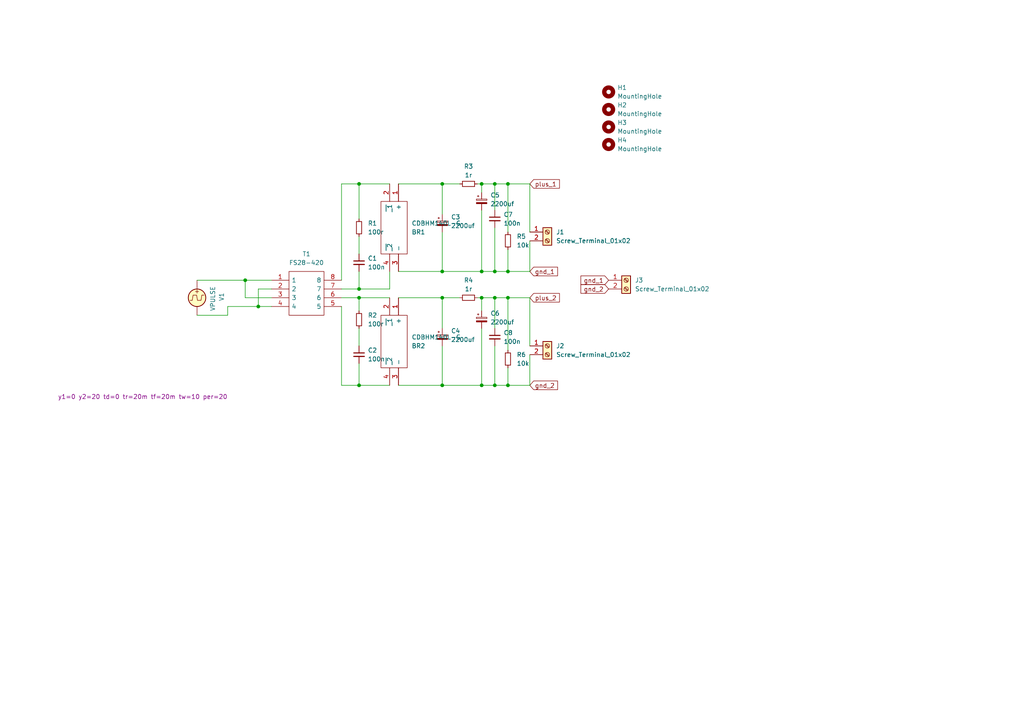
<source format=kicad_sch>
(kicad_sch (version 20231120) (generator "eeschema") (generator_version "8.0")
  (paper "A4")
  (lib_symbols
    (symbol "Connector:Screw_Terminal_01x02" (pin_names (offset 1.016) hide)
      (property "Reference" "J" (at 0 2.54 0))
      (property "Value" "Screw_Terminal_01x02" (at 0 -5.08 0))
      (symbol "Screw_Terminal_01x02_1_1"
        (rectangle (start -1.27 1.27) (end 1.27 -3.81) (stroke (width 0.254)) (fill (type background)))
        (circle (center 0 -2.54) (radius 0.635) (stroke (width 0.1524)))
        (polyline (pts (xy -0.5334 -2.2098) (xy 0.3302 -3.048)) (stroke (width 0.1524)))
        (polyline (pts (xy -0.5334 0.3302) (xy 0.3302 -0.508)) (stroke (width 0.1524)))
        (polyline (pts (xy -0.3556 -2.032) (xy 0.508 -2.8702)) (stroke (width 0.1524)))
        (polyline (pts (xy -0.3556 0.508) (xy 0.508 -0.3302)) (stroke (width 0.1524)))
        (circle (center 0 0) (radius 0.635) (stroke (width 0.1524)))
        (pin passive line (at -5.08 0 0) (length 3.81) (name "Pin_1") (number "1"))
        (pin passive line (at -5.08 -2.54 0) (length 3.81) (name "Pin_2") (number "2"))
      )
    )
    (symbol "Device:C_Polarized_Small" (pin_numbers hide) (pin_names (offset 0.254) hide)
      (property "Reference" "C" (at 0.254 1.778 0))
      (property "Value" "C_Polarized_Small" (at 0.254 -2.032 0))
      (symbol "C_Polarized_Small_0_1"
        (rectangle (start -1.524 -0.3048) (end 1.524 -0.6858) (fill (type outline)))
        (rectangle (start -1.524 0.6858) (end 1.524 0.3048))
        (polyline (pts (xy -1.27 1.524) (xy -0.762 1.524)))
        (polyline (pts (xy -1.016 1.27) (xy -1.016 1.778)))
      )
      (symbol "C_Polarized_Small_1_1"
        (pin passive line (at 0 2.54 270) (length 1.8542) (name "~") (number "1"))
        (pin passive line (at 0 -2.54 90) (length 1.8542) (name "~") (number "2"))
      )
    )
    (symbol "Device:C_Small" (pin_numbers hide) (pin_names (offset 0.254) hide)
      (property "Reference" "C" (at 0.254 1.778 0))
      (property "Value" "C_Small" (at 0.254 -2.032 0))
      (symbol "C_Small_0_1"
        (polyline (pts (xy -1.524 -0.508) (xy 1.524 -0.508)) (stroke (width 0.3302)))
        (polyline (pts (xy -1.524 0.508) (xy 1.524 0.508)) (stroke (width 0.3048)))
      )
      (symbol "C_Small_1_1"
        (pin passive line (at 0 2.54 270) (length 2.032) (name "~") (number "1"))
        (pin passive line (at 0 -2.54 90) (length 2.032) (name "~") (number "2"))
      )
    )
    (symbol "Device:R_Small" (pin_numbers hide) (pin_names (offset 0.254) hide)
      (property "Reference" "R" (at 0.762 0.508 0))
      (property "Value" "R_Small" (at 0.762 -1.016 0))
      (symbol "R_Small_0_1"
        (rectangle (start -0.762 1.778) (end 0.762 -1.778) (stroke (width 0.2032)))
      )
      (symbol "R_Small_1_1"
        (pin passive line (at 0 2.54 270) (length 0.762) (name "~") (number "1"))
        (pin passive line (at 0 -2.54 90) (length 0.762) (name "~") (number "2"))
      )
    )
    (symbol "Mechanical:MountingHole" (pin_names (offset 1.016)) (exclude_from_sim yes) (in_bom no)
      (property "Reference" "H" (at 0 5.08 0))
      (property "Value" "MountingHole" (at 0 3.175 0))
      (symbol "MountingHole_0_1"
        (circle (center 0 0) (radius 1.27) (stroke (width 1.27)))
      )
    )
    (symbol "Samacsys:CDBHM140L-G" (pin_names (offset 0.762))
      (property "Reference" "BR" (at 21.59 7.62 0))
      (property "Value" "CDBHM140L-G" (at 21.59 5.08 0))
      (symbol "CDBHM140L-G_0_0"
        (pin passive line (at 25.4 0 180) (length 5.08) (name "+") (number "1"))
        (pin passive line (at 25.4 -2.54 180) (length 5.08) (name "~{_1}") (number "2"))
        (pin passive line (at 0 0 0) (length 5.08) (name "-") (number "3"))
        (pin passive line (at 0 -2.54 0) (length 5.08) (name "~{_2}") (number "4"))
      )
      (symbol "CDBHM140L-G_0_1"
        (polyline (pts (xy 5.08 2.54) (xy 20.32 2.54) (xy 20.32 -5.08) (xy 5.08 -5.08) (xy 5.08 2.54)) (stroke (width 0.1524)))
      )
    )
    (symbol "Samacsys:FS28-420" (pin_names (offset 0.762))
      (property "Reference" "T" (at 16.51 7.62 0))
      (property "Value" "FS28-420" (at 16.51 5.08 0))
      (symbol "FS28-420_0_0"
        (pin passive line (at 0 0 0) (length 5.08) (name "1") (number "1"))
        (pin passive line (at 0 -2.54 0) (length 5.08) (name "2") (number "2"))
        (pin passive line (at 0 -5.08 0) (length 5.08) (name "3") (number "3"))
        (pin passive line (at 0 -7.62 0) (length 5.08) (name "4") (number "4"))
        (pin passive line (at 20.32 -7.62 180) (length 5.08) (name "5") (number "5"))
        (pin passive line (at 20.32 -5.08 180) (length 5.08) (name "6") (number "6"))
        (pin passive line (at 20.32 -2.54 180) (length 5.08) (name "7") (number "7"))
        (pin passive line (at 20.32 0 180) (length 5.08) (name "8") (number "8"))
      )
      (symbol "FS28-420_0_1"
        (polyline (pts (xy 5.08 2.54) (xy 15.24 2.54) (xy 15.24 -10.16) (xy 5.08 -10.16) (xy 5.08 2.54)) (stroke (width 0.1524)))
      )
    )
    (symbol "Simulation_SPICE:VPULSE" (pin_numbers hide) (pin_names (offset 0.0254))
      (property "Reference" "V" (at 2.54 2.54 0))
      (property "Value" "VPULSE" (at 2.54 0 0))
      (property "Sim.Params" "y1=0 y2=1 td=2n tr=2n tf=2n tw=50n per=100n" (at 2.54 -2.54 0))
      (symbol "VPULSE_0_0"
        (polyline (pts (xy -2.032 -0.762) (xy -1.397 -0.762) (xy -1.143 0.762) (xy -0.127 0.762) (xy 0.127 -0.762) (xy 1.143 -0.762) (xy 1.397 0.762) (xy 2.032 0.762)))
        (text "+" (at 0 1.905 0) (effects (font (size 1.27 1.27))))
      )
      (symbol "VPULSE_0_1"
        (circle (center 0 0) (radius 2.54) (stroke (width 0.254)) (fill (type background)))
      )
      (symbol "VPULSE_1_1"
        (pin passive line (at 0 5.08 270) (length 2.54) (name "~") (number "1"))
        (pin passive line (at 0 -5.08 90) (length 2.54) (name "~") (number "2"))
      )
    )
  )
  (junction (at 147.32 86.36))
  (junction (at 104.14 53.34))
  (junction (at 147.32 78.74))
  (junction (at 128.27 78.74))
  (junction (at 104.14 83.82))
  (junction (at 128.27 53.34))
  (junction (at 143.51 86.36))
  (junction (at 143.51 78.74))
  (junction (at 139.7 86.36))
  (junction (at 128.27 86.36))
  (junction (at 104.14 86.36))
  (junction (at 147.32 111.76))
  (junction (at 139.7 78.74))
  (junction (at 139.7 111.76))
  (junction (at 74.93 88.9))
  (junction (at 104.14 111.76))
  (junction (at 147.32 53.34))
  (junction (at 143.51 111.76))
  (junction (at 139.7 53.34))
  (junction (at 128.27 111.76))
  (junction (at 143.51 53.34))
  (junction (at 71.12 81.28))
  (wire (pts (xy 128.27 67.31) (xy 128.27 78.74)))
  (wire (pts (xy 104.14 53.34) (xy 113.03 53.34)))
  (wire (pts (xy 143.51 86.36) (xy 147.32 86.36)))
  (wire (pts (xy 99.06 53.34) (xy 104.14 53.34)))
  (wire (pts (xy 99.06 111.76) (xy 104.14 111.76)))
  (wire (pts (xy 66.04 88.9) (xy 66.04 91.44)))
  (wire (pts (xy 104.14 68.58) (xy 104.14 73.66)))
  (wire (pts (xy 143.51 111.76) (xy 147.32 111.76)))
  (wire (pts (xy 104.14 105.41) (xy 104.14 111.76)))
  (wire (pts (xy 71.12 86.36) (xy 71.12 81.28)))
  (wire (pts (xy 143.51 86.36) (xy 143.51 95.25)))
  (wire (pts (xy 143.51 53.34) (xy 147.32 53.34)))
  (wire (pts (xy 139.7 53.34) (xy 143.51 53.34)))
  (wire (pts (xy 104.14 78.74) (xy 104.14 83.82)))
  (wire (pts (xy 147.32 78.74) (xy 153.67 78.74)))
  (wire (pts (xy 153.67 69.85) (xy 153.67 78.74)))
  (wire (pts (xy 104.14 86.36) (xy 104.14 90.17)))
  (wire (pts (xy 143.51 100.33) (xy 143.51 111.76)))
  (wire (pts (xy 143.51 53.34) (xy 143.51 60.96)))
  (wire (pts (xy 128.27 53.34) (xy 133.35 53.34)))
  (wire (pts (xy 104.14 111.76) (xy 113.03 111.76)))
  (wire (pts (xy 78.74 86.36) (xy 71.12 86.36)))
  (wire (pts (xy 139.7 53.34) (xy 139.7 55.88)))
  (wire (pts (xy 115.57 53.34) (xy 128.27 53.34)))
  (wire (pts (xy 139.7 86.36) (xy 139.7 90.17)))
  (wire (pts (xy 104.14 86.36) (xy 113.03 86.36)))
  (wire (pts (xy 113.03 83.82) (xy 113.03 78.74)))
  (wire (pts (xy 139.7 60.96) (xy 139.7 78.74)))
  (wire (pts (xy 139.7 111.76) (xy 143.51 111.76)))
  (wire (pts (xy 139.7 78.74) (xy 143.51 78.74)))
  (wire (pts (xy 115.57 86.36) (xy 128.27 86.36)))
  (wire (pts (xy 57.15 81.28) (xy 71.12 81.28)))
  (wire (pts (xy 153.67 53.34) (xy 153.67 67.31)))
  (wire (pts (xy 138.43 53.34) (xy 139.7 53.34)))
  (wire (pts (xy 153.67 86.36) (xy 153.67 100.33)))
  (wire (pts (xy 99.06 81.28) (xy 99.06 53.34)))
  (wire (pts (xy 147.32 86.36) (xy 153.67 86.36)))
  (wire (pts (xy 99.06 86.36) (xy 104.14 86.36)))
  (wire (pts (xy 147.32 111.76) (xy 153.67 111.76)))
  (wire (pts (xy 128.27 86.36) (xy 128.27 95.25)))
  (wire (pts (xy 153.67 102.87) (xy 153.67 111.76)))
  (wire (pts (xy 99.06 88.9) (xy 99.06 111.76)))
  (wire (pts (xy 138.43 86.36) (xy 139.7 86.36)))
  (wire (pts (xy 128.27 86.36) (xy 133.35 86.36)))
  (wire (pts (xy 147.32 53.34) (xy 147.32 67.31)))
  (wire (pts (xy 147.32 53.34) (xy 153.67 53.34)))
  (wire (pts (xy 104.14 53.34) (xy 104.14 63.5)))
  (wire (pts (xy 71.12 81.28) (xy 78.74 81.28)))
  (wire (pts (xy 74.93 88.9) (xy 66.04 88.9)))
  (wire (pts (xy 78.74 88.9) (xy 74.93 88.9)))
  (wire (pts (xy 147.32 86.36) (xy 147.32 101.6)))
  (wire (pts (xy 78.74 83.82) (xy 74.93 83.82)))
  (wire (pts (xy 115.57 78.74) (xy 128.27 78.74)))
  (wire (pts (xy 143.51 66.04) (xy 143.51 78.74)))
  (wire (pts (xy 128.27 78.74) (xy 139.7 78.74)))
  (wire (pts (xy 139.7 86.36) (xy 143.51 86.36)))
  (wire (pts (xy 128.27 100.33) (xy 128.27 111.76)))
  (wire (pts (xy 104.14 83.82) (xy 113.03 83.82)))
  (wire (pts (xy 115.57 111.76) (xy 128.27 111.76)))
  (wire (pts (xy 99.06 83.82) (xy 104.14 83.82)))
  (wire (pts (xy 128.27 53.34) (xy 128.27 62.23)))
  (wire (pts (xy 147.32 106.68) (xy 147.32 111.76)))
  (wire (pts (xy 74.93 83.82) (xy 74.93 88.9)))
  (wire (pts (xy 128.27 111.76) (xy 139.7 111.76)))
  (wire (pts (xy 143.51 78.74) (xy 147.32 78.74)))
  (wire (pts (xy 147.32 72.39) (xy 147.32 78.74)))
  (wire (pts (xy 66.04 91.44) (xy 57.15 91.44)))
  (wire (pts (xy 104.14 95.25) (xy 104.14 100.33)))
  (wire (pts (xy 139.7 95.25) (xy 139.7 111.76)))
  (global_label "plus_1" (shape input) (at 153.67 53.34 0) (property "Intersheetrefs" "${INTERSHEET_REFS}" (effects (hide yes))))
  (global_label "plus_2" (shape input) (at 153.67 86.36 0) (property "Intersheetrefs" "${INTERSHEET_REFS}" (effects (hide yes))))
  (global_label "gnd_1" (shape input) (at 176.53 81.28 180) (property "Intersheetrefs" "${INTERSHEET_REFS}" (effects (hide yes))))
  (global_label "gnd_2" (shape input) (at 176.53 83.82 180) (property "Intersheetrefs" "${INTERSHEET_REFS}" (effects (hide yes))))
  (global_label "gnd_2" (shape input) (at 153.67 111.76 0) (property "Intersheetrefs" "${INTERSHEET_REFS}" (effects (hide yes))))
  (global_label "gnd_1" (shape input) (at 153.67 78.74 0) (property "Intersheetrefs" "${INTERSHEET_REFS}" (effects (hide yes))))
  (symbol (lib_id "Device:R_Small") (at 135.89 86.36 270) (unit 1)
    (property "Reference" "R4" (at 135.89 81.28 90))
    (property "Value" "1r" (at 135.89 83.82 90))
    (property "Footprint" "Resistor_SMD:R_1206_3216Metric" (effects (hide yes)))
    (property "Description" "Resistor, small symbol" (effects (hide yes)))
  )
  (symbol (lib_id "Device:C_Small") (at 104.14 76.2 0) (unit 1)
    (property "Reference" "C1" (at 106.68 74.9362 0) (effects (justify left)))
    (property "Value" "100n" (at 106.68 77.4762 0) (effects (justify left)))
    (property "Footprint" "Capacitor_THT:C_Rect_L7.2mm_W2.5mm_P5.00mm_FKS2_FKP2_MKS2_MKP2" (effects (hide yes)))
    (property "Description" "Unpolarized capacitor, small symbol" (effects (hide yes)))
  )
  (symbol (lib_id "Device:C_Polarized_Small") (at 139.7 58.42 0) (unit 1)
    (property "Reference" "C5" (at 142.24 56.6038 0) (effects (justify left)))
    (property "Value" "2200uf" (at 142.24 59.1438 0) (effects (justify left)))
    (property "Footprint" "Capacitor_THT:CP_Radial_D12.5mm_P5.00mm" (effects (hide yes)))
    (property "Description" "Polarized capacitor, small symbol" (effects (hide yes)))
  )
  (symbol (lib_id "Device:R_Small") (at 135.89 53.34 270) (unit 1)
    (property "Reference" "R3" (at 135.89 48.26 90))
    (property "Value" "1r" (at 135.89 50.8 90))
    (property "Footprint" "Resistor_SMD:R_1206_3216Metric" (effects (hide yes)))
    (property "Description" "Resistor, small symbol" (effects (hide yes)))
  )
  (symbol (lib_id "Device:R_Small") (at 104.14 92.71 0) (unit 1)
    (property "Reference" "R2" (at 106.68 91.4399 0) (effects (justify left)))
    (property "Value" "100r" (at 106.68 93.9799 0) (effects (justify left)))
    (property "Footprint" "Resistor_SMD:R_1206_3216Metric" (effects (hide yes)))
    (property "Description" "Resistor, small symbol" (effects (hide yes)))
  )
  (symbol (lib_id "Device:C_Small") (at 143.51 63.5 0) (unit 1)
    (property "Reference" "C7" (at 146.05 62.2362 0) (effects (justify left)))
    (property "Value" "100n" (at 146.05 64.7762 0) (effects (justify left)))
    (property "Footprint" "Capacitor_THT:C_Rect_L7.2mm_W2.5mm_P5.00mm_FKS2_FKP2_MKS2_MKP2" (effects (hide yes)))
    (property "Description" "Unpolarized capacitor, small symbol" (effects (hide yes)))
  )
  (symbol (lib_id "Device:R_Small") (at 104.14 66.04 0) (unit 1)
    (property "Reference" "R1" (at 106.68 64.7699 0) (effects (justify left)))
    (property "Value" "100r" (at 106.68 67.3099 0) (effects (justify left)))
    (property "Footprint" "Resistor_SMD:R_1206_3216Metric" (effects (hide yes)))
    (property "Description" "Resistor, small symbol" (effects (hide yes)))
  )
  (symbol (lib_id "Samacsys:CDBHM140L-G") (at 115.57 78.74 270) (mirror x) (unit 1)
    (property "Reference" "BR1" (at 119.38 67.3101 90) (effects (justify left)))
    (property "Value" "CDBHM140L-G" (at 119.38 64.7701 90) (effects (justify left)))
    (property "Footprint" "Samacsys:CDBHM140LG" (effects (hide yes)))
    (property "Datasheet" "https://datasheet.datasheetarchive.com/originals/distributors/Datasheets-DGA18/326925.pdf" (effects (hide yes)))
    (property "Description" "Bridge Rectifiers SCHOTTKY 1A 40V" (effects (hide yes)))
    (property "Description_1" "Bridge Rectifiers SCHOTTKY 1A 40V" (effects (hide yes)))
    (property "Height" "3" (effects (hide yes)))
    (property "Mouser Part Number" "750-CDBHM140L-G" (effects (hide yes)))
    (property "Mouser Price/Stock" "https://www.mouser.co.uk/ProductDetail/Comchip-Technology/CDBHM140L-G?qs=2qJf6qQ4IOIp3jxCCLecjg%3D%3D" (effects (hide yes)))
    (property "Manufacturer_Name" "Comchip Technology" (effects (hide yes)))
    (property "Manufacturer_Part_Number" "CDBHM140L-G" (effects (hide yes)))
  )
  (symbol (lib_id "Connector:Screw_Terminal_01x02") (at 158.75 100.33 0) (unit 1)
    (property "Reference" "J2" (at 161.29 100.3299 0) (effects (justify left)))
    (property "Value" "Screw_Terminal_01x02" (at 161.29 102.8699 0) (effects (justify left)))
    (property "Footprint" "Samacsys:395443002" (effects (hide yes)))
    (property "Description" "Generic screw terminal, single row, 01x02, script generated (kicad-library-utils/schlib/autogen/connector/)" (effects (hide yes)))
  )
  (symbol (lib_id "Samacsys:FS28-420") (at 78.74 81.28 0) (unit 1)
    (property "Reference" "T1" (at 88.9 73.66 0))
    (property "Value" "FS28-420" (at 88.9 76.2 0))
    (property "Footprint" "Samacsys:FS28420" (effects (hide yes)))
    (property "Datasheet" "https://catalog.triadmagnetics.com/Asset/FS28-420.pdf" (effects (hide yes)))
    (property "Description" "Power Transformers Power Transformer, PC Mount, 12 V A, 14/28VDC (Nominal Secondary) Output, 28VDC CT at 0.42A Secondary in Series, 14VDC at 0.84A Secondary in Parallel, 8Pin" (effects (hide yes)))
    (property "Description_1" "Power Transformers Power Transformer, PC Mount, 12 V A, 14/28VDC (Nominal Secondary) Output, 28VDC CT at 0.42A Secondary in Series, 14VDC at 0.84A Secondary in Parallel, 8Pin" (effects (hide yes)))
    (property "Height" "36.4998" (effects (hide yes)))
    (property "Mouser Part Number" "553-FS28-420" (effects (hide yes)))
    (property "Mouser Price/Stock" "https://www.mouser.co.uk/ProductDetail/Triad-Magnetics/FS28-420?qs=A0MODW4pnbR5WmWkW7kAEA%3D%3D" (effects (hide yes)))
    (property "Manufacturer_Name" "Triad Magnetics" (effects (hide yes)))
    (property "Manufacturer_Part_Number" "FS28-420" (effects (hide yes)))
  )
  (symbol (lib_id "Mechanical:MountingHole") (at 176.53 31.75 0) (unit 1) (exclude_from_sim yes) (in_bom no)
    (property "Reference" "H2" (at 179.07 30.4799 0) (effects (justify left)))
    (property "Value" "MountingHole" (at 179.07 33.0199 0) (effects (justify left)))
    (property "Footprint" "MountingHole:MountingHole_3.2mm_M3_ISO7380" (effects (hide yes)))
    (property "Description" "Mounting Hole without connection" (effects (hide yes)))
  )
  (symbol (lib_id "Mechanical:MountingHole") (at 176.53 26.67 0) (unit 1) (exclude_from_sim yes) (in_bom no)
    (property "Reference" "H1" (at 179.07 25.3999 0) (effects (justify left)))
    (property "Value" "MountingHole" (at 179.07 27.9399 0) (effects (justify left)))
    (property "Footprint" "MountingHole:MountingHole_3.2mm_M3_ISO7380" (effects (hide yes)))
    (property "Description" "Mounting Hole without connection" (effects (hide yes)))
  )
  (symbol (lib_id "Mechanical:MountingHole") (at 176.53 36.83 0) (unit 1) (exclude_from_sim yes) (in_bom no)
    (property "Reference" "H3" (at 179.07 35.5599 0) (effects (justify left)))
    (property "Value" "MountingHole" (at 179.07 38.0999 0) (effects (justify left)))
    (property "Footprint" "MountingHole:MountingHole_3.2mm_M3_ISO7380" (effects (hide yes)))
    (property "Description" "Mounting Hole without connection" (effects (hide yes)))
  )
  (symbol (lib_id "Mechanical:MountingHole") (at 176.53 41.91 0) (unit 1) (exclude_from_sim yes) (in_bom no)
    (property "Reference" "H4" (at 179.07 40.6399 0) (effects (justify left)))
    (property "Value" "MountingHole" (at 179.07 43.1799 0) (effects (justify left)))
    (property "Footprint" "MountingHole:MountingHole_3.2mm_M3_ISO7380" (effects (hide yes)))
    (property "Description" "Mounting Hole without connection" (effects (hide yes)))
  )
  (symbol (lib_id "Device:R_Small") (at 147.32 104.14 0) (unit 1)
    (property "Reference" "R6" (at 149.86 102.8699 0) (effects (justify left)))
    (property "Value" "10k" (at 149.86 105.4099 0) (effects (justify left)))
    (property "Footprint" "Resistor_SMD:R_1206_3216Metric" (effects (hide yes)))
    (property "Description" "Resistor, small symbol" (effects (hide yes)))
  )
  (symbol (lib_id "Samacsys:CDBHM140L-G") (at 115.57 111.76 270) (mirror x) (unit 1)
    (property "Reference" "BR2" (at 119.38 100.3301 90) (effects (justify left)))
    (property "Value" "CDBHM140L-G" (at 119.38 97.7901 90) (effects (justify left)))
    (property "Footprint" "Samacsys:CDBHM140LG" (effects (hide yes)))
    (property "Datasheet" "https://datasheet.datasheetarchive.com/originals/distributors/Datasheets-DGA18/326925.pdf" (effects (hide yes)))
    (property "Description" "Bridge Rectifiers SCHOTTKY 1A 40V" (effects (hide yes)))
    (property "Description_1" "Bridge Rectifiers SCHOTTKY 1A 40V" (effects (hide yes)))
    (property "Height" "3" (effects (hide yes)))
    (property "Mouser Part Number" "750-CDBHM140L-G" (effects (hide yes)))
    (property "Mouser Price/Stock" "https://www.mouser.co.uk/ProductDetail/Comchip-Technology/CDBHM140L-G?qs=2qJf6qQ4IOIp3jxCCLecjg%3D%3D" (effects (hide yes)))
    (property "Manufacturer_Name" "Comchip Technology" (effects (hide yes)))
    (property "Manufacturer_Part_Number" "CDBHM140L-G" (effects (hide yes)))
  )
  (symbol (lib_id "Connector:Screw_Terminal_01x02") (at 181.61 81.28 0) (unit 1)
    (property "Reference" "J3" (at 184.15 81.2799 0) (effects (justify left)))
    (property "Value" "Screw_Terminal_01x02" (at 184.15 83.8199 0) (effects (justify left)))
    (property "Footprint" "Connector_PinHeader_2.54mm:PinHeader_1x02_P2.54mm_Vertical" (effects (hide yes)))
    (property "Description" "Generic screw terminal, single row, 01x02, script generated (kicad-library-utils/schlib/autogen/connector/)" (effects (hide yes)))
  )
  (symbol (lib_id "Device:C_Small") (at 143.51 97.79 0) (unit 1)
    (property "Reference" "C8" (at 146.05 96.5262 0) (effects (justify left)))
    (property "Value" "100n" (at 146.05 99.0662 0) (effects (justify left)))
    (property "Footprint" "Capacitor_THT:C_Rect_L7.2mm_W2.5mm_P5.00mm_FKS2_FKP2_MKS2_MKP2" (effects (hide yes)))
    (property "Description" "Unpolarized capacitor, small symbol" (effects (hide yes)))
  )
  (symbol (lib_id "Connector:Screw_Terminal_01x02") (at 158.75 67.31 0) (unit 1)
    (property "Reference" "J1" (at 161.29 67.3099 0) (effects (justify left)))
    (property "Value" "Screw_Terminal_01x02" (at 161.29 69.8499 0) (effects (justify left)))
    (property "Footprint" "Samacsys:395443002" (effects (hide yes)))
    (property "Description" "Generic screw terminal, single row, 01x02, script generated (kicad-library-utils/schlib/autogen/connector/)" (effects (hide yes)))
  )
  (symbol (lib_id "Simulation_SPICE:VPULSE") (at 57.15 86.36 0) (unit 1)
    (property "Reference" "V1" (at 64.262 86.106 90))
    (property "Value" "VPULSE" (at 61.722 86.614 90))
    (property "Footprint" "Samacsys:395443002" (effects (hide yes)))
    (property "Datasheet" "https://ngspice.sourceforge.io/docs/ngspice-html-manual/manual.xhtml#sec_Independent_Sources_for" (effects (hide yes)))
    (property "Description" "Voltage source, pulse" (effects (hide yes)))
    (property "Sim.Pins" "1=+ 2=-" (effects (hide yes)))
    (property "Sim.Type" "PULSE" (effects (hide yes)))
    (property "Sim.Device" "V" (effects (hide yes)))
    (property "Sim.Params" "y1=0 y2=20 td=0 tr=20m tf=20m tw=10 per=20" (at 41.402 115.062 0))
  )
  (symbol (lib_id "Device:C_Polarized_Small") (at 128.27 97.79 0) (unit 1)
    (property "Reference" "C4" (at 130.81 95.9738 0) (effects (justify left)))
    (property "Value" "2200uf" (at 130.81 98.5138 0) (effects (justify left)))
    (property "Footprint" "Capacitor_THT:CP_Radial_D12.5mm_P5.00mm" (effects (hide yes)))
    (property "Description" "Polarized capacitor, small symbol" (effects (hide yes)))
  )
  (symbol (lib_id "Device:C_Polarized_Small") (at 128.27 64.77 0) (unit 1)
    (property "Reference" "C3" (at 130.81 62.9538 0) (effects (justify left)))
    (property "Value" "2200uf" (at 130.81 65.4938 0) (effects (justify left)))
    (property "Footprint" "Capacitor_THT:CP_Radial_D12.5mm_P5.00mm" (effects (hide yes)))
    (property "Description" "Polarized capacitor, small symbol" (effects (hide yes)))
  )
  (symbol (lib_id "Device:R_Small") (at 147.32 69.85 0) (unit 1)
    (property "Reference" "R5" (at 149.86 68.5799 0) (effects (justify left)))
    (property "Value" "10k" (at 149.86 71.1199 0) (effects (justify left)))
    (property "Footprint" "Resistor_SMD:R_1206_3216Metric" (effects (hide yes)))
    (property "Description" "Resistor, small symbol" (effects (hide yes)))
  )
  (symbol (lib_id "Device:C_Polarized_Small") (at 139.7 92.71 0) (unit 1)
    (property "Reference" "C6" (at 142.24 90.8938 0) (effects (justify left)))
    (property "Value" "2200uf" (at 142.24 93.4338 0) (effects (justify left)))
    (property "Footprint" "Capacitor_THT:CP_Radial_D12.5mm_P5.00mm" (effects (hide yes)))
    (property "Description" "Polarized capacitor, small symbol" (effects (hide yes)))
  )
  (symbol (lib_id "Device:C_Small") (at 104.14 102.87 0) (unit 1)
    (property "Reference" "C2" (at 106.68 101.6062 0) (effects (justify left)))
    (property "Value" "100n" (at 106.68 104.1462 0) (effects (justify left)))
    (property "Footprint" "Capacitor_THT:C_Rect_L7.2mm_W2.5mm_P5.00mm_FKS2_FKP2_MKS2_MKP2" (effects (hide yes)))
    (property "Description" "Unpolarized capacitor, small symbol" (effects (hide yes)))
  )
)
</source>
